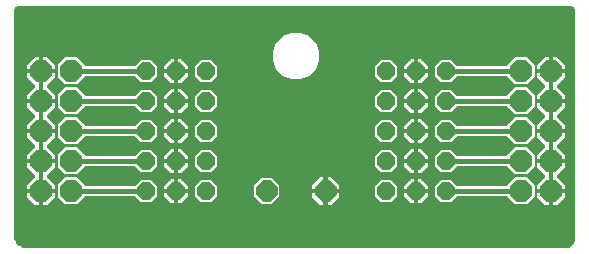
<source format=gtl>
G04 EAGLE Gerber X2 export*
%TF.Part,Single*%
%TF.FileFunction,Other,Top Copper*%
%TF.FilePolarity,Positive*%
%TF.GenerationSoftware,Autodesk,EAGLE,8.7.1*%
%TF.CreationDate,2018-04-02T18:11:16Z*%
G75*
%MOMM*%
%FSLAX34Y34*%
%LPD*%
%AMOC8*
5,1,8,0,0,1.08239X$1,22.5*%
G01*
%ADD10P,1.649562X8X22.500000*%
%ADD11P,1.649562X8X202.500000*%
%ADD12P,1.938236X8X112.500000*%
%ADD13P,2.034460X8X112.500000*%
%ADD14P,2.034460X8X292.500000*%
%ADD15C,0.406400*%

G36*
X469956Y2549D02*
X469956Y2549D01*
X470000Y2546D01*
X471276Y2671D01*
X471552Y2739D01*
X471559Y2742D01*
X471565Y2744D01*
X473924Y3721D01*
X473951Y3737D01*
X473980Y3746D01*
X474044Y3792D01*
X474169Y3865D01*
X474213Y3912D01*
X474254Y3941D01*
X476059Y5746D01*
X476078Y5771D01*
X476101Y5791D01*
X476143Y5858D01*
X476230Y5974D01*
X476253Y6034D01*
X476279Y6076D01*
X477256Y8435D01*
X477327Y8710D01*
X477327Y8718D01*
X477329Y8724D01*
X477454Y10000D01*
X477452Y10057D01*
X477459Y10100D01*
X477459Y203200D01*
X477449Y203276D01*
X477451Y203333D01*
X477340Y204172D01*
X477332Y204202D01*
X477330Y204233D01*
X477303Y204306D01*
X477264Y204446D01*
X477230Y204501D01*
X477213Y204547D01*
X476373Y206001D01*
X476313Y206078D01*
X476260Y206159D01*
X476229Y206185D01*
X476198Y206225D01*
X476058Y206326D01*
X476001Y206373D01*
X474547Y207213D01*
X474519Y207224D01*
X474493Y207242D01*
X474418Y207265D01*
X474284Y207319D01*
X474219Y207326D01*
X474172Y207340D01*
X473333Y207451D01*
X473256Y207450D01*
X473200Y207459D01*
X6800Y207459D01*
X6724Y207449D01*
X6668Y207451D01*
X5828Y207340D01*
X5798Y207332D01*
X5767Y207330D01*
X5694Y207303D01*
X5554Y207264D01*
X5499Y207230D01*
X5453Y207213D01*
X3999Y206373D01*
X3922Y206313D01*
X3841Y206260D01*
X3815Y206229D01*
X3775Y206198D01*
X3674Y206058D01*
X3627Y206001D01*
X2787Y204547D01*
X2776Y204519D01*
X2758Y204493D01*
X2735Y204418D01*
X2681Y204284D01*
X2674Y204219D01*
X2660Y204172D01*
X2549Y203333D01*
X2550Y203256D01*
X2541Y203200D01*
X2541Y12700D01*
X2549Y12644D01*
X2546Y12600D01*
X2721Y10817D01*
X2789Y10540D01*
X2792Y10534D01*
X2794Y10528D01*
X4159Y7231D01*
X4175Y7205D01*
X4184Y7175D01*
X4230Y7111D01*
X4304Y6987D01*
X4307Y6983D01*
X4308Y6981D01*
X4352Y6941D01*
X4379Y6902D01*
X6902Y4379D01*
X6927Y4361D01*
X6947Y4337D01*
X7014Y4295D01*
X7129Y4208D01*
X7189Y4185D01*
X7231Y4159D01*
X10528Y2794D01*
X10803Y2723D01*
X10810Y2723D01*
X10817Y2721D01*
X12600Y2546D01*
X12657Y2548D01*
X12700Y2541D01*
X469900Y2541D01*
X469956Y2549D01*
G37*
%LPC*%
G36*
X237410Y145541D02*
X237410Y145541D01*
X230221Y148519D01*
X224719Y154021D01*
X221741Y161210D01*
X221741Y168990D01*
X224719Y176179D01*
X230221Y181681D01*
X237410Y184659D01*
X245190Y184659D01*
X252379Y181681D01*
X257881Y176179D01*
X260859Y168990D01*
X260859Y161210D01*
X257881Y154021D01*
X252379Y148519D01*
X245190Y145541D01*
X237410Y145541D01*
G37*
%LPD*%
%LPC*%
G36*
X46065Y140969D02*
X46065Y140969D01*
X39369Y147665D01*
X39369Y157135D01*
X46065Y163831D01*
X55535Y163831D01*
X62355Y157011D01*
X62387Y156939D01*
X62425Y156894D01*
X62454Y156844D01*
X62516Y156786D01*
X62570Y156722D01*
X62619Y156690D01*
X62662Y156650D01*
X62737Y156611D01*
X62807Y156564D01*
X62863Y156547D01*
X62915Y156520D01*
X62983Y156509D01*
X63078Y156479D01*
X63178Y156476D01*
X63246Y156465D01*
X104293Y156465D01*
X104380Y156477D01*
X104467Y156480D01*
X104520Y156497D01*
X104575Y156505D01*
X104654Y156540D01*
X104738Y156567D01*
X104777Y156595D01*
X104834Y156621D01*
X104947Y156717D01*
X105011Y156762D01*
X110302Y162053D01*
X118298Y162053D01*
X123953Y156398D01*
X123953Y148402D01*
X118298Y142747D01*
X110302Y142747D01*
X105011Y148038D01*
X104941Y148090D01*
X104877Y148150D01*
X104828Y148176D01*
X104784Y148209D01*
X104702Y148240D01*
X104624Y148280D01*
X104577Y148288D01*
X104518Y148310D01*
X104371Y148322D01*
X104293Y148335D01*
X63246Y148335D01*
X63188Y148327D01*
X63130Y148329D01*
X63048Y148307D01*
X62964Y148295D01*
X62911Y148272D01*
X62855Y148257D01*
X62782Y148214D01*
X62705Y148179D01*
X62660Y148141D01*
X62610Y148112D01*
X62552Y148050D01*
X62488Y147996D01*
X62456Y147947D01*
X62416Y147904D01*
X62377Y147829D01*
X62343Y147777D01*
X55535Y140969D01*
X46065Y140969D01*
G37*
%LPD*%
%LPC*%
G36*
X46065Y39369D02*
X46065Y39369D01*
X39369Y46065D01*
X39369Y55535D01*
X46065Y62231D01*
X55535Y62231D01*
X62355Y55411D01*
X62387Y55339D01*
X62425Y55294D01*
X62454Y55244D01*
X62516Y55186D01*
X62570Y55122D01*
X62619Y55090D01*
X62662Y55050D01*
X62737Y55011D01*
X62807Y54964D01*
X62863Y54947D01*
X62915Y54920D01*
X62983Y54909D01*
X63078Y54879D01*
X63178Y54876D01*
X63246Y54865D01*
X104293Y54865D01*
X104380Y54877D01*
X104467Y54880D01*
X104520Y54897D01*
X104575Y54905D01*
X104654Y54940D01*
X104738Y54967D01*
X104777Y54995D01*
X104834Y55021D01*
X104947Y55117D01*
X105011Y55162D01*
X110302Y60453D01*
X118298Y60453D01*
X123953Y54798D01*
X123953Y46802D01*
X118298Y41147D01*
X110302Y41147D01*
X105011Y46438D01*
X104941Y46490D01*
X104877Y46550D01*
X104828Y46576D01*
X104784Y46609D01*
X104702Y46640D01*
X104624Y46680D01*
X104577Y46688D01*
X104518Y46710D01*
X104371Y46722D01*
X104293Y46735D01*
X63246Y46735D01*
X63188Y46727D01*
X63130Y46729D01*
X63048Y46707D01*
X62964Y46695D01*
X62911Y46672D01*
X62855Y46657D01*
X62782Y46614D01*
X62705Y46579D01*
X62660Y46541D01*
X62610Y46512D01*
X62552Y46450D01*
X62488Y46396D01*
X62456Y46347D01*
X62416Y46304D01*
X62377Y46229D01*
X62343Y46177D01*
X55535Y39369D01*
X46065Y39369D01*
G37*
%LPD*%
%LPC*%
G36*
X46065Y64769D02*
X46065Y64769D01*
X39369Y71465D01*
X39369Y80935D01*
X46065Y87631D01*
X55535Y87631D01*
X62355Y80811D01*
X62387Y80739D01*
X62425Y80694D01*
X62454Y80644D01*
X62516Y80586D01*
X62570Y80522D01*
X62619Y80490D01*
X62662Y80450D01*
X62737Y80411D01*
X62807Y80364D01*
X62863Y80347D01*
X62915Y80320D01*
X62983Y80309D01*
X63078Y80279D01*
X63178Y80276D01*
X63246Y80265D01*
X104293Y80265D01*
X104380Y80277D01*
X104467Y80280D01*
X104520Y80297D01*
X104575Y80305D01*
X104654Y80340D01*
X104738Y80367D01*
X104777Y80395D01*
X104834Y80421D01*
X104947Y80517D01*
X105011Y80562D01*
X110302Y85853D01*
X118298Y85853D01*
X123953Y80198D01*
X123953Y72202D01*
X118298Y66547D01*
X110302Y66547D01*
X105011Y71838D01*
X104941Y71890D01*
X104877Y71950D01*
X104828Y71976D01*
X104784Y72009D01*
X104702Y72040D01*
X104624Y72080D01*
X104577Y72088D01*
X104518Y72110D01*
X104371Y72122D01*
X104293Y72135D01*
X63246Y72135D01*
X63188Y72127D01*
X63130Y72129D01*
X63048Y72107D01*
X62964Y72095D01*
X62911Y72072D01*
X62855Y72057D01*
X62782Y72014D01*
X62705Y71979D01*
X62660Y71941D01*
X62610Y71912D01*
X62552Y71850D01*
X62488Y71796D01*
X62456Y71747D01*
X62416Y71704D01*
X62377Y71629D01*
X62343Y71577D01*
X55535Y64769D01*
X46065Y64769D01*
G37*
%LPD*%
%LPC*%
G36*
X46065Y115569D02*
X46065Y115569D01*
X39369Y122265D01*
X39369Y131735D01*
X46065Y138431D01*
X55535Y138431D01*
X62355Y131611D01*
X62387Y131539D01*
X62425Y131494D01*
X62454Y131444D01*
X62516Y131386D01*
X62570Y131322D01*
X62619Y131290D01*
X62662Y131250D01*
X62737Y131211D01*
X62807Y131164D01*
X62863Y131147D01*
X62915Y131120D01*
X62983Y131109D01*
X63078Y131079D01*
X63178Y131076D01*
X63246Y131065D01*
X104293Y131065D01*
X104380Y131077D01*
X104467Y131080D01*
X104520Y131097D01*
X104575Y131105D01*
X104654Y131140D01*
X104738Y131167D01*
X104777Y131195D01*
X104834Y131221D01*
X104947Y131317D01*
X105011Y131362D01*
X110302Y136653D01*
X118298Y136653D01*
X123953Y130998D01*
X123953Y123002D01*
X118298Y117347D01*
X110302Y117347D01*
X105011Y122638D01*
X104941Y122690D01*
X104877Y122750D01*
X104828Y122776D01*
X104784Y122809D01*
X104702Y122840D01*
X104624Y122880D01*
X104577Y122888D01*
X104518Y122910D01*
X104371Y122922D01*
X104293Y122935D01*
X63246Y122935D01*
X63188Y122927D01*
X63130Y122929D01*
X63048Y122907D01*
X62964Y122895D01*
X62911Y122872D01*
X62855Y122857D01*
X62782Y122814D01*
X62705Y122779D01*
X62660Y122741D01*
X62610Y122712D01*
X62552Y122650D01*
X62488Y122596D01*
X62456Y122547D01*
X62416Y122504D01*
X62377Y122429D01*
X62343Y122377D01*
X55535Y115569D01*
X46065Y115569D01*
G37*
%LPD*%
%LPC*%
G36*
X46065Y90169D02*
X46065Y90169D01*
X39369Y96865D01*
X39369Y106335D01*
X46065Y113031D01*
X55535Y113031D01*
X62355Y106211D01*
X62387Y106139D01*
X62425Y106094D01*
X62454Y106044D01*
X62516Y105986D01*
X62570Y105922D01*
X62619Y105890D01*
X62662Y105850D01*
X62737Y105811D01*
X62807Y105764D01*
X62863Y105747D01*
X62915Y105720D01*
X62983Y105709D01*
X63078Y105679D01*
X63178Y105676D01*
X63246Y105665D01*
X104293Y105665D01*
X104380Y105677D01*
X104467Y105680D01*
X104520Y105697D01*
X104575Y105705D01*
X104654Y105740D01*
X104738Y105767D01*
X104777Y105795D01*
X104834Y105821D01*
X104947Y105917D01*
X105011Y105962D01*
X110302Y111253D01*
X118298Y111253D01*
X123953Y105598D01*
X123953Y97602D01*
X118298Y91947D01*
X110302Y91947D01*
X105011Y97238D01*
X104941Y97290D01*
X104877Y97350D01*
X104828Y97376D01*
X104784Y97409D01*
X104702Y97440D01*
X104624Y97480D01*
X104577Y97488D01*
X104518Y97510D01*
X104371Y97522D01*
X104293Y97535D01*
X63246Y97535D01*
X63188Y97527D01*
X63130Y97529D01*
X63048Y97507D01*
X62964Y97495D01*
X62911Y97472D01*
X62855Y97457D01*
X62782Y97414D01*
X62705Y97379D01*
X62660Y97341D01*
X62610Y97312D01*
X62552Y97250D01*
X62488Y97196D01*
X62456Y97147D01*
X62416Y97104D01*
X62377Y97029D01*
X62343Y96977D01*
X55535Y90169D01*
X46065Y90169D01*
G37*
%LPD*%
%LPC*%
G36*
X427065Y64769D02*
X427065Y64769D01*
X420245Y71589D01*
X420213Y71661D01*
X420175Y71706D01*
X420146Y71756D01*
X420084Y71814D01*
X420030Y71878D01*
X419981Y71910D01*
X419938Y71950D01*
X419863Y71989D01*
X419793Y72036D01*
X419737Y72053D01*
X419685Y72080D01*
X419617Y72091D01*
X419522Y72121D01*
X419422Y72124D01*
X419354Y72135D01*
X378307Y72135D01*
X378220Y72123D01*
X378133Y72120D01*
X378080Y72103D01*
X378025Y72095D01*
X377946Y72060D01*
X377862Y72033D01*
X377823Y72005D01*
X377766Y71979D01*
X377653Y71883D01*
X377589Y71838D01*
X372298Y66547D01*
X364302Y66547D01*
X358647Y72202D01*
X358647Y80198D01*
X364302Y85853D01*
X372298Y85853D01*
X377589Y80562D01*
X377659Y80510D01*
X377723Y80450D01*
X377772Y80424D01*
X377816Y80391D01*
X377898Y80360D01*
X377976Y80320D01*
X378023Y80312D01*
X378082Y80290D01*
X378229Y80278D01*
X378307Y80265D01*
X419354Y80265D01*
X419412Y80273D01*
X419470Y80271D01*
X419552Y80293D01*
X419636Y80305D01*
X419689Y80328D01*
X419745Y80343D01*
X419818Y80386D01*
X419895Y80421D01*
X419940Y80459D01*
X419990Y80488D01*
X420048Y80550D01*
X420112Y80604D01*
X420144Y80653D01*
X420184Y80696D01*
X420223Y80771D01*
X420257Y80823D01*
X427065Y87631D01*
X436535Y87631D01*
X443231Y80935D01*
X443231Y71465D01*
X436535Y64769D01*
X427065Y64769D01*
G37*
%LPD*%
%LPC*%
G36*
X427065Y140969D02*
X427065Y140969D01*
X420245Y147789D01*
X420213Y147861D01*
X420175Y147906D01*
X420146Y147956D01*
X420084Y148014D01*
X420030Y148078D01*
X419981Y148110D01*
X419938Y148150D01*
X419863Y148189D01*
X419793Y148236D01*
X419737Y148253D01*
X419685Y148280D01*
X419617Y148291D01*
X419522Y148321D01*
X419422Y148324D01*
X419354Y148335D01*
X378307Y148335D01*
X378220Y148323D01*
X378133Y148320D01*
X378080Y148303D01*
X378025Y148295D01*
X377946Y148260D01*
X377862Y148233D01*
X377823Y148205D01*
X377766Y148179D01*
X377653Y148083D01*
X377589Y148038D01*
X372298Y142747D01*
X364302Y142747D01*
X358647Y148402D01*
X358647Y156398D01*
X364302Y162053D01*
X372298Y162053D01*
X377589Y156762D01*
X377659Y156710D01*
X377723Y156650D01*
X377772Y156624D01*
X377816Y156591D01*
X377898Y156560D01*
X377976Y156520D01*
X378023Y156512D01*
X378082Y156490D01*
X378229Y156478D01*
X378307Y156465D01*
X419354Y156465D01*
X419412Y156473D01*
X419470Y156471D01*
X419552Y156493D01*
X419636Y156505D01*
X419689Y156528D01*
X419745Y156543D01*
X419818Y156586D01*
X419895Y156621D01*
X419940Y156659D01*
X419990Y156688D01*
X420048Y156750D01*
X420112Y156804D01*
X420144Y156853D01*
X420184Y156896D01*
X420223Y156971D01*
X420257Y157023D01*
X427065Y163831D01*
X436535Y163831D01*
X443231Y157135D01*
X443231Y147665D01*
X436535Y140969D01*
X427065Y140969D01*
G37*
%LPD*%
%LPC*%
G36*
X427065Y39369D02*
X427065Y39369D01*
X420245Y46189D01*
X420213Y46261D01*
X420175Y46306D01*
X420146Y46356D01*
X420084Y46414D01*
X420030Y46478D01*
X419981Y46510D01*
X419938Y46550D01*
X419863Y46589D01*
X419793Y46636D01*
X419737Y46653D01*
X419685Y46680D01*
X419617Y46691D01*
X419522Y46721D01*
X419422Y46724D01*
X419354Y46735D01*
X378307Y46735D01*
X378220Y46723D01*
X378133Y46720D01*
X378080Y46703D01*
X378025Y46695D01*
X377946Y46660D01*
X377862Y46633D01*
X377823Y46605D01*
X377766Y46579D01*
X377653Y46483D01*
X377589Y46438D01*
X372298Y41147D01*
X364302Y41147D01*
X358647Y46802D01*
X358647Y54798D01*
X364302Y60453D01*
X372298Y60453D01*
X377589Y55162D01*
X377659Y55110D01*
X377723Y55050D01*
X377772Y55024D01*
X377816Y54991D01*
X377898Y54960D01*
X377976Y54920D01*
X378023Y54912D01*
X378082Y54890D01*
X378229Y54878D01*
X378307Y54865D01*
X419354Y54865D01*
X419412Y54873D01*
X419470Y54871D01*
X419552Y54893D01*
X419636Y54905D01*
X419689Y54928D01*
X419745Y54943D01*
X419818Y54986D01*
X419895Y55021D01*
X419940Y55059D01*
X419990Y55088D01*
X420048Y55150D01*
X420112Y55204D01*
X420144Y55253D01*
X420184Y55296D01*
X420223Y55371D01*
X420257Y55423D01*
X427065Y62231D01*
X436535Y62231D01*
X443231Y55535D01*
X443231Y46065D01*
X436535Y39369D01*
X427065Y39369D01*
G37*
%LPD*%
%LPC*%
G36*
X427065Y90169D02*
X427065Y90169D01*
X420245Y96989D01*
X420213Y97061D01*
X420175Y97106D01*
X420146Y97156D01*
X420084Y97214D01*
X420030Y97278D01*
X419981Y97310D01*
X419938Y97350D01*
X419863Y97389D01*
X419793Y97436D01*
X419737Y97453D01*
X419685Y97480D01*
X419617Y97491D01*
X419522Y97521D01*
X419422Y97524D01*
X419354Y97535D01*
X378307Y97535D01*
X378220Y97523D01*
X378133Y97520D01*
X378080Y97503D01*
X378025Y97495D01*
X377946Y97460D01*
X377862Y97433D01*
X377823Y97405D01*
X377766Y97379D01*
X377653Y97283D01*
X377589Y97238D01*
X372298Y91947D01*
X364302Y91947D01*
X358647Y97602D01*
X358647Y105598D01*
X364302Y111253D01*
X372298Y111253D01*
X377589Y105962D01*
X377659Y105910D01*
X377723Y105850D01*
X377772Y105824D01*
X377816Y105791D01*
X377898Y105760D01*
X377976Y105720D01*
X378023Y105712D01*
X378082Y105690D01*
X378229Y105678D01*
X378307Y105665D01*
X419354Y105665D01*
X419412Y105673D01*
X419470Y105671D01*
X419552Y105693D01*
X419636Y105705D01*
X419689Y105728D01*
X419745Y105743D01*
X419818Y105786D01*
X419895Y105821D01*
X419940Y105859D01*
X419990Y105888D01*
X420048Y105950D01*
X420112Y106004D01*
X420144Y106053D01*
X420184Y106096D01*
X420223Y106171D01*
X420257Y106223D01*
X427065Y113031D01*
X436535Y113031D01*
X443231Y106335D01*
X443231Y96865D01*
X436535Y90169D01*
X427065Y90169D01*
G37*
%LPD*%
%LPC*%
G36*
X427065Y115569D02*
X427065Y115569D01*
X420245Y122389D01*
X420213Y122461D01*
X420175Y122506D01*
X420146Y122556D01*
X420084Y122614D01*
X420030Y122678D01*
X419981Y122710D01*
X419938Y122750D01*
X419863Y122789D01*
X419793Y122836D01*
X419737Y122853D01*
X419685Y122880D01*
X419617Y122891D01*
X419522Y122921D01*
X419422Y122924D01*
X419354Y122935D01*
X378307Y122935D01*
X378220Y122923D01*
X378133Y122920D01*
X378080Y122903D01*
X378025Y122895D01*
X377946Y122860D01*
X377862Y122833D01*
X377823Y122805D01*
X377766Y122779D01*
X377653Y122683D01*
X377589Y122638D01*
X372298Y117347D01*
X364302Y117347D01*
X358647Y123002D01*
X358647Y130998D01*
X364302Y136653D01*
X372298Y136653D01*
X377589Y131362D01*
X377659Y131310D01*
X377723Y131250D01*
X377772Y131224D01*
X377816Y131191D01*
X377898Y131160D01*
X377976Y131120D01*
X378023Y131112D01*
X378082Y131090D01*
X378229Y131078D01*
X378307Y131065D01*
X419354Y131065D01*
X419412Y131073D01*
X419470Y131071D01*
X419552Y131093D01*
X419636Y131105D01*
X419689Y131128D01*
X419745Y131143D01*
X419818Y131186D01*
X419895Y131221D01*
X419940Y131259D01*
X419990Y131288D01*
X420048Y131350D01*
X420112Y131404D01*
X420144Y131453D01*
X420184Y131496D01*
X420223Y131571D01*
X420257Y131623D01*
X427065Y138431D01*
X436535Y138431D01*
X443231Y131735D01*
X443231Y122265D01*
X436535Y115569D01*
X427065Y115569D01*
G37*
%LPD*%
%LPC*%
G36*
X211749Y39814D02*
X211749Y39814D01*
X205314Y46249D01*
X205314Y55351D01*
X211749Y61786D01*
X220851Y61786D01*
X227286Y55351D01*
X227286Y46249D01*
X220851Y39814D01*
X211749Y39814D01*
G37*
%LPD*%
%LPC*%
G36*
X313502Y117347D02*
X313502Y117347D01*
X307847Y123002D01*
X307847Y130998D01*
X313502Y136653D01*
X321498Y136653D01*
X327153Y130998D01*
X327153Y123002D01*
X321498Y117347D01*
X313502Y117347D01*
G37*
%LPD*%
%LPC*%
G36*
X161102Y117347D02*
X161102Y117347D01*
X155447Y123002D01*
X155447Y130998D01*
X161102Y136653D01*
X169098Y136653D01*
X174753Y130998D01*
X174753Y123002D01*
X169098Y117347D01*
X161102Y117347D01*
G37*
%LPD*%
%LPC*%
G36*
X161102Y41147D02*
X161102Y41147D01*
X155447Y46802D01*
X155447Y54798D01*
X161102Y60453D01*
X169098Y60453D01*
X174753Y54798D01*
X174753Y46802D01*
X169098Y41147D01*
X161102Y41147D01*
G37*
%LPD*%
%LPC*%
G36*
X313502Y41147D02*
X313502Y41147D01*
X307847Y46802D01*
X307847Y54798D01*
X313502Y60453D01*
X321498Y60453D01*
X327153Y54798D01*
X327153Y46802D01*
X321498Y41147D01*
X313502Y41147D01*
G37*
%LPD*%
%LPC*%
G36*
X313502Y142747D02*
X313502Y142747D01*
X307847Y148402D01*
X307847Y156398D01*
X313502Y162053D01*
X321498Y162053D01*
X327153Y156398D01*
X327153Y148402D01*
X321498Y142747D01*
X313502Y142747D01*
G37*
%LPD*%
%LPC*%
G36*
X161102Y142747D02*
X161102Y142747D01*
X155447Y148402D01*
X155447Y156398D01*
X161102Y162053D01*
X169098Y162053D01*
X174753Y156398D01*
X174753Y148402D01*
X169098Y142747D01*
X161102Y142747D01*
G37*
%LPD*%
%LPC*%
G36*
X313502Y91947D02*
X313502Y91947D01*
X307847Y97602D01*
X307847Y105598D01*
X313502Y111253D01*
X321498Y111253D01*
X327153Y105598D01*
X327153Y97602D01*
X321498Y91947D01*
X313502Y91947D01*
G37*
%LPD*%
%LPC*%
G36*
X161102Y91947D02*
X161102Y91947D01*
X155447Y97602D01*
X155447Y105598D01*
X161102Y111253D01*
X169098Y111253D01*
X174753Y105598D01*
X174753Y97602D01*
X169098Y91947D01*
X161102Y91947D01*
G37*
%LPD*%
%LPC*%
G36*
X161102Y66547D02*
X161102Y66547D01*
X155447Y72202D01*
X155447Y80198D01*
X161102Y85853D01*
X169098Y85853D01*
X174753Y80198D01*
X174753Y72202D01*
X169098Y66547D01*
X161102Y66547D01*
G37*
%LPD*%
%LPC*%
G36*
X313502Y66547D02*
X313502Y66547D01*
X307847Y72202D01*
X307847Y80198D01*
X313502Y85853D01*
X321498Y85853D01*
X327153Y80198D01*
X327153Y72202D01*
X321498Y66547D01*
X313502Y66547D01*
G37*
%LPD*%
%LPC*%
G36*
X27431Y129031D02*
X27431Y129031D01*
X27431Y150369D01*
X37339Y150369D01*
X37339Y147455D01*
X30302Y140418D01*
X30267Y140371D01*
X30224Y140331D01*
X30182Y140258D01*
X30131Y140191D01*
X30110Y140136D01*
X30081Y140086D01*
X30060Y140004D01*
X30030Y139925D01*
X30025Y139867D01*
X30010Y139810D01*
X30013Y139726D01*
X30006Y139642D01*
X30018Y139584D01*
X30019Y139526D01*
X30045Y139446D01*
X30062Y139363D01*
X30089Y139311D01*
X30107Y139255D01*
X30147Y139199D01*
X30193Y139111D01*
X30262Y139038D01*
X30302Y138982D01*
X37339Y131945D01*
X37339Y129031D01*
X27431Y129031D01*
G37*
%LPD*%
%LPC*%
G36*
X27431Y78231D02*
X27431Y78231D01*
X27431Y99569D01*
X37339Y99569D01*
X37339Y96655D01*
X30302Y89618D01*
X30267Y89571D01*
X30224Y89531D01*
X30182Y89458D01*
X30131Y89391D01*
X30110Y89336D01*
X30081Y89286D01*
X30060Y89204D01*
X30030Y89125D01*
X30025Y89067D01*
X30010Y89010D01*
X30013Y88926D01*
X30006Y88842D01*
X30018Y88784D01*
X30019Y88726D01*
X30045Y88646D01*
X30062Y88563D01*
X30089Y88511D01*
X30107Y88455D01*
X30147Y88399D01*
X30193Y88311D01*
X30262Y88238D01*
X30302Y88182D01*
X37339Y81145D01*
X37339Y78231D01*
X27431Y78231D01*
G37*
%LPD*%
%LPC*%
G36*
X27431Y103631D02*
X27431Y103631D01*
X27431Y124969D01*
X37339Y124969D01*
X37339Y122055D01*
X30302Y115018D01*
X30267Y114971D01*
X30224Y114931D01*
X30182Y114858D01*
X30131Y114791D01*
X30110Y114736D01*
X30081Y114686D01*
X30060Y114604D01*
X30030Y114525D01*
X30025Y114467D01*
X30010Y114410D01*
X30013Y114326D01*
X30006Y114242D01*
X30018Y114184D01*
X30019Y114126D01*
X30045Y114046D01*
X30062Y113963D01*
X30089Y113911D01*
X30107Y113855D01*
X30147Y113799D01*
X30193Y113711D01*
X30262Y113638D01*
X30302Y113582D01*
X37339Y106545D01*
X37339Y103631D01*
X27431Y103631D01*
G37*
%LPD*%
%LPC*%
G36*
X459231Y78231D02*
X459231Y78231D01*
X459231Y99569D01*
X469139Y99569D01*
X469139Y96655D01*
X462102Y89618D01*
X462067Y89571D01*
X462024Y89531D01*
X461982Y89458D01*
X461931Y89391D01*
X461910Y89336D01*
X461881Y89286D01*
X461860Y89204D01*
X461830Y89125D01*
X461825Y89067D01*
X461810Y89010D01*
X461813Y88926D01*
X461806Y88842D01*
X461818Y88784D01*
X461819Y88726D01*
X461845Y88646D01*
X461862Y88563D01*
X461889Y88511D01*
X461907Y88455D01*
X461947Y88399D01*
X461993Y88311D01*
X462062Y88238D01*
X462102Y88182D01*
X469139Y81145D01*
X469139Y78231D01*
X459231Y78231D01*
G37*
%LPD*%
%LPC*%
G36*
X459231Y129031D02*
X459231Y129031D01*
X459231Y150369D01*
X469139Y150369D01*
X469139Y147455D01*
X462102Y140418D01*
X462067Y140371D01*
X462024Y140331D01*
X461982Y140258D01*
X461931Y140191D01*
X461910Y140136D01*
X461881Y140086D01*
X461860Y140004D01*
X461830Y139925D01*
X461825Y139867D01*
X461810Y139810D01*
X461813Y139726D01*
X461806Y139642D01*
X461818Y139584D01*
X461819Y139526D01*
X461845Y139446D01*
X461862Y139363D01*
X461889Y139311D01*
X461907Y139255D01*
X461947Y139199D01*
X461993Y139111D01*
X462062Y139038D01*
X462102Y138982D01*
X469139Y131945D01*
X469139Y129031D01*
X459231Y129031D01*
G37*
%LPD*%
%LPC*%
G36*
X459231Y103631D02*
X459231Y103631D01*
X459231Y124969D01*
X469139Y124969D01*
X469139Y122055D01*
X462102Y115018D01*
X462067Y114971D01*
X462024Y114931D01*
X461982Y114858D01*
X461931Y114791D01*
X461910Y114736D01*
X461881Y114686D01*
X461860Y114604D01*
X461830Y114525D01*
X461825Y114467D01*
X461810Y114410D01*
X461813Y114326D01*
X461806Y114242D01*
X461818Y114184D01*
X461819Y114126D01*
X461845Y114046D01*
X461862Y113963D01*
X461889Y113911D01*
X461907Y113855D01*
X461947Y113799D01*
X461993Y113711D01*
X462062Y113638D01*
X462102Y113582D01*
X469139Y106545D01*
X469139Y103631D01*
X459231Y103631D01*
G37*
%LPD*%
%LPC*%
G36*
X27431Y52831D02*
X27431Y52831D01*
X27431Y74169D01*
X37339Y74169D01*
X37339Y71255D01*
X30302Y64218D01*
X30267Y64171D01*
X30224Y64131D01*
X30182Y64058D01*
X30131Y63991D01*
X30110Y63936D01*
X30081Y63886D01*
X30060Y63804D01*
X30030Y63725D01*
X30025Y63667D01*
X30010Y63610D01*
X30013Y63526D01*
X30006Y63442D01*
X30018Y63384D01*
X30019Y63326D01*
X30045Y63246D01*
X30062Y63163D01*
X30089Y63111D01*
X30107Y63055D01*
X30147Y62999D01*
X30193Y62911D01*
X30261Y62839D01*
X30272Y62820D01*
X30280Y62813D01*
X30302Y62782D01*
X37339Y55745D01*
X37339Y52831D01*
X27431Y52831D01*
G37*
%LPD*%
%LPC*%
G36*
X459231Y52831D02*
X459231Y52831D01*
X459231Y74169D01*
X469139Y74169D01*
X469139Y71255D01*
X462102Y64218D01*
X462067Y64171D01*
X462024Y64131D01*
X461982Y64058D01*
X461931Y63991D01*
X461910Y63936D01*
X461881Y63886D01*
X461860Y63804D01*
X461830Y63725D01*
X461825Y63667D01*
X461810Y63610D01*
X461813Y63526D01*
X461806Y63442D01*
X461818Y63384D01*
X461819Y63326D01*
X461845Y63246D01*
X461862Y63163D01*
X461889Y63111D01*
X461907Y63055D01*
X461947Y62999D01*
X461993Y62911D01*
X462061Y62839D01*
X462072Y62820D01*
X462080Y62813D01*
X462102Y62782D01*
X469139Y55745D01*
X469139Y52831D01*
X459231Y52831D01*
G37*
%LPD*%
%LPC*%
G36*
X445261Y103631D02*
X445261Y103631D01*
X445261Y106545D01*
X452298Y113582D01*
X452333Y113629D01*
X452376Y113669D01*
X452418Y113742D01*
X452469Y113809D01*
X452490Y113864D01*
X452519Y113914D01*
X452540Y113996D01*
X452570Y114075D01*
X452575Y114133D01*
X452590Y114190D01*
X452587Y114274D01*
X452594Y114358D01*
X452582Y114416D01*
X452581Y114474D01*
X452555Y114554D01*
X452538Y114637D01*
X452511Y114689D01*
X452493Y114745D01*
X452453Y114801D01*
X452407Y114889D01*
X452338Y114962D01*
X452298Y115018D01*
X445261Y122055D01*
X445261Y124969D01*
X455169Y124969D01*
X455169Y103631D01*
X445261Y103631D01*
G37*
%LPD*%
%LPC*%
G36*
X445261Y78231D02*
X445261Y78231D01*
X445261Y81145D01*
X452298Y88182D01*
X452333Y88229D01*
X452376Y88269D01*
X452418Y88342D01*
X452469Y88409D01*
X452490Y88464D01*
X452519Y88514D01*
X452540Y88596D01*
X452570Y88675D01*
X452575Y88733D01*
X452590Y88790D01*
X452587Y88874D01*
X452594Y88958D01*
X452582Y89016D01*
X452581Y89074D01*
X452555Y89154D01*
X452538Y89237D01*
X452511Y89289D01*
X452493Y89345D01*
X452453Y89401D01*
X452407Y89489D01*
X452338Y89562D01*
X452298Y89618D01*
X445261Y96655D01*
X445261Y99569D01*
X455169Y99569D01*
X455169Y78231D01*
X445261Y78231D01*
G37*
%LPD*%
%LPC*%
G36*
X13461Y52831D02*
X13461Y52831D01*
X13461Y55745D01*
X20498Y62782D01*
X20533Y62829D01*
X20576Y62869D01*
X20618Y62942D01*
X20669Y63009D01*
X20690Y63064D01*
X20719Y63114D01*
X20740Y63196D01*
X20770Y63275D01*
X20775Y63333D01*
X20790Y63390D01*
X20787Y63474D01*
X20794Y63558D01*
X20782Y63616D01*
X20781Y63674D01*
X20755Y63754D01*
X20738Y63837D01*
X20711Y63889D01*
X20693Y63945D01*
X20653Y64001D01*
X20607Y64089D01*
X20538Y64162D01*
X20498Y64218D01*
X13461Y71255D01*
X13461Y74169D01*
X23369Y74169D01*
X23369Y52831D01*
X13461Y52831D01*
G37*
%LPD*%
%LPC*%
G36*
X445261Y129031D02*
X445261Y129031D01*
X445261Y131945D01*
X452298Y138982D01*
X452333Y139029D01*
X452376Y139069D01*
X452418Y139142D01*
X452469Y139209D01*
X452490Y139264D01*
X452519Y139314D01*
X452540Y139396D01*
X452570Y139475D01*
X452575Y139533D01*
X452590Y139590D01*
X452587Y139674D01*
X452594Y139758D01*
X452582Y139816D01*
X452581Y139874D01*
X452555Y139954D01*
X452538Y140037D01*
X452511Y140089D01*
X452493Y140145D01*
X452453Y140201D01*
X452407Y140289D01*
X452338Y140362D01*
X452298Y140418D01*
X445261Y147455D01*
X445261Y150369D01*
X455169Y150369D01*
X455169Y129031D01*
X445261Y129031D01*
G37*
%LPD*%
%LPC*%
G36*
X445261Y52831D02*
X445261Y52831D01*
X445261Y55745D01*
X452298Y62782D01*
X452333Y62829D01*
X452376Y62869D01*
X452418Y62942D01*
X452469Y63009D01*
X452490Y63064D01*
X452519Y63114D01*
X452540Y63196D01*
X452570Y63275D01*
X452575Y63333D01*
X452590Y63390D01*
X452587Y63474D01*
X452594Y63558D01*
X452582Y63616D01*
X452581Y63674D01*
X452555Y63754D01*
X452538Y63837D01*
X452511Y63889D01*
X452493Y63945D01*
X452453Y64001D01*
X452407Y64089D01*
X452338Y64162D01*
X452298Y64218D01*
X445261Y71255D01*
X445261Y74169D01*
X455169Y74169D01*
X455169Y52831D01*
X445261Y52831D01*
G37*
%LPD*%
%LPC*%
G36*
X13461Y103631D02*
X13461Y103631D01*
X13461Y106545D01*
X20498Y113582D01*
X20533Y113629D01*
X20576Y113669D01*
X20618Y113742D01*
X20669Y113809D01*
X20690Y113864D01*
X20719Y113914D01*
X20740Y113996D01*
X20770Y114075D01*
X20775Y114133D01*
X20790Y114190D01*
X20787Y114274D01*
X20794Y114358D01*
X20782Y114416D01*
X20781Y114474D01*
X20755Y114554D01*
X20738Y114637D01*
X20711Y114689D01*
X20693Y114745D01*
X20653Y114801D01*
X20607Y114889D01*
X20538Y114962D01*
X20498Y115018D01*
X13461Y122055D01*
X13461Y124969D01*
X23369Y124969D01*
X23369Y103631D01*
X13461Y103631D01*
G37*
%LPD*%
%LPC*%
G36*
X13461Y78231D02*
X13461Y78231D01*
X13461Y81145D01*
X20498Y88182D01*
X20533Y88229D01*
X20576Y88269D01*
X20618Y88342D01*
X20669Y88409D01*
X20690Y88464D01*
X20719Y88514D01*
X20740Y88596D01*
X20770Y88675D01*
X20775Y88733D01*
X20790Y88790D01*
X20787Y88874D01*
X20794Y88958D01*
X20782Y89016D01*
X20781Y89074D01*
X20755Y89154D01*
X20738Y89237D01*
X20711Y89289D01*
X20693Y89345D01*
X20653Y89401D01*
X20607Y89489D01*
X20538Y89562D01*
X20498Y89618D01*
X13461Y96655D01*
X13461Y99569D01*
X23369Y99569D01*
X23369Y78231D01*
X13461Y78231D01*
G37*
%LPD*%
%LPC*%
G36*
X13461Y129031D02*
X13461Y129031D01*
X13461Y131945D01*
X20498Y138982D01*
X20533Y139029D01*
X20576Y139069D01*
X20618Y139142D01*
X20669Y139209D01*
X20690Y139264D01*
X20719Y139314D01*
X20740Y139396D01*
X20770Y139475D01*
X20775Y139533D01*
X20790Y139590D01*
X20787Y139674D01*
X20794Y139758D01*
X20782Y139816D01*
X20781Y139874D01*
X20755Y139954D01*
X20738Y140037D01*
X20711Y140089D01*
X20693Y140145D01*
X20653Y140201D01*
X20607Y140289D01*
X20538Y140362D01*
X20498Y140418D01*
X13461Y147455D01*
X13461Y150369D01*
X23369Y150369D01*
X23369Y129031D01*
X13461Y129031D01*
G37*
%LPD*%
%LPC*%
G36*
X459231Y154431D02*
X459231Y154431D01*
X459231Y164339D01*
X462145Y164339D01*
X469139Y157345D01*
X469139Y154431D01*
X459231Y154431D01*
G37*
%LPD*%
%LPC*%
G36*
X27431Y154431D02*
X27431Y154431D01*
X27431Y164339D01*
X30345Y164339D01*
X37339Y157345D01*
X37339Y154431D01*
X27431Y154431D01*
G37*
%LPD*%
%LPC*%
G36*
X445261Y154431D02*
X445261Y154431D01*
X445261Y157345D01*
X452255Y164339D01*
X455169Y164339D01*
X455169Y154431D01*
X445261Y154431D01*
G37*
%LPD*%
%LPC*%
G36*
X27431Y38861D02*
X27431Y38861D01*
X27431Y48769D01*
X37339Y48769D01*
X37339Y45855D01*
X30345Y38861D01*
X27431Y38861D01*
G37*
%LPD*%
%LPC*%
G36*
X13461Y154431D02*
X13461Y154431D01*
X13461Y157345D01*
X20455Y164339D01*
X23369Y164339D01*
X23369Y154431D01*
X13461Y154431D01*
G37*
%LPD*%
%LPC*%
G36*
X459231Y38861D02*
X459231Y38861D01*
X459231Y48769D01*
X469139Y48769D01*
X469139Y45855D01*
X462145Y38861D01*
X459231Y38861D01*
G37*
%LPD*%
%LPC*%
G36*
X20455Y38861D02*
X20455Y38861D01*
X13461Y45855D01*
X13461Y48769D01*
X23369Y48769D01*
X23369Y38861D01*
X20455Y38861D01*
G37*
%LPD*%
%LPC*%
G36*
X452255Y38861D02*
X452255Y38861D01*
X445261Y45855D01*
X445261Y48769D01*
X455169Y48769D01*
X455169Y38861D01*
X452255Y38861D01*
G37*
%LPD*%
%LPC*%
G36*
X268331Y52831D02*
X268331Y52831D01*
X268331Y62294D01*
X271061Y62294D01*
X277794Y55561D01*
X277794Y52831D01*
X268331Y52831D01*
G37*
%LPD*%
%LPC*%
G36*
X254806Y52831D02*
X254806Y52831D01*
X254806Y55561D01*
X261539Y62294D01*
X264269Y62294D01*
X264269Y52831D01*
X254806Y52831D01*
G37*
%LPD*%
%LPC*%
G36*
X268331Y39306D02*
X268331Y39306D01*
X268331Y48769D01*
X277794Y48769D01*
X277794Y46039D01*
X271061Y39306D01*
X268331Y39306D01*
G37*
%LPD*%
%LPC*%
G36*
X261539Y39306D02*
X261539Y39306D01*
X254806Y46039D01*
X254806Y48769D01*
X264269Y48769D01*
X264269Y39306D01*
X261539Y39306D01*
G37*
%LPD*%
%LPC*%
G36*
X344931Y103631D02*
X344931Y103631D01*
X344931Y111761D01*
X347109Y111761D01*
X353061Y105809D01*
X353061Y103631D01*
X344931Y103631D01*
G37*
%LPD*%
%LPC*%
G36*
X344931Y154431D02*
X344931Y154431D01*
X344931Y162561D01*
X347109Y162561D01*
X353061Y156609D01*
X353061Y154431D01*
X344931Y154431D01*
G37*
%LPD*%
%LPC*%
G36*
X141731Y129031D02*
X141731Y129031D01*
X141731Y137161D01*
X143909Y137161D01*
X149861Y131209D01*
X149861Y129031D01*
X141731Y129031D01*
G37*
%LPD*%
%LPC*%
G36*
X344931Y129031D02*
X344931Y129031D01*
X344931Y137161D01*
X347109Y137161D01*
X353061Y131209D01*
X353061Y129031D01*
X344931Y129031D01*
G37*
%LPD*%
%LPC*%
G36*
X141731Y154431D02*
X141731Y154431D01*
X141731Y162561D01*
X143909Y162561D01*
X149861Y156609D01*
X149861Y154431D01*
X141731Y154431D01*
G37*
%LPD*%
%LPC*%
G36*
X141731Y52831D02*
X141731Y52831D01*
X141731Y60961D01*
X143909Y60961D01*
X149861Y55009D01*
X149861Y52831D01*
X141731Y52831D01*
G37*
%LPD*%
%LPC*%
G36*
X344931Y52831D02*
X344931Y52831D01*
X344931Y60961D01*
X347109Y60961D01*
X353061Y55009D01*
X353061Y52831D01*
X344931Y52831D01*
G37*
%LPD*%
%LPC*%
G36*
X141731Y78231D02*
X141731Y78231D01*
X141731Y86361D01*
X143909Y86361D01*
X149861Y80409D01*
X149861Y78231D01*
X141731Y78231D01*
G37*
%LPD*%
%LPC*%
G36*
X344931Y78231D02*
X344931Y78231D01*
X344931Y86361D01*
X347109Y86361D01*
X353061Y80409D01*
X353061Y78231D01*
X344931Y78231D01*
G37*
%LPD*%
%LPC*%
G36*
X141731Y103631D02*
X141731Y103631D01*
X141731Y111761D01*
X143909Y111761D01*
X149861Y105809D01*
X149861Y103631D01*
X141731Y103631D01*
G37*
%LPD*%
%LPC*%
G36*
X129539Y154431D02*
X129539Y154431D01*
X129539Y156609D01*
X135491Y162561D01*
X137669Y162561D01*
X137669Y154431D01*
X129539Y154431D01*
G37*
%LPD*%
%LPC*%
G36*
X129539Y78231D02*
X129539Y78231D01*
X129539Y80409D01*
X135491Y86361D01*
X137669Y86361D01*
X137669Y78231D01*
X129539Y78231D01*
G37*
%LPD*%
%LPC*%
G36*
X332739Y154431D02*
X332739Y154431D01*
X332739Y156609D01*
X338691Y162561D01*
X340869Y162561D01*
X340869Y154431D01*
X332739Y154431D01*
G37*
%LPD*%
%LPC*%
G36*
X129539Y129031D02*
X129539Y129031D01*
X129539Y131209D01*
X135491Y137161D01*
X137669Y137161D01*
X137669Y129031D01*
X129539Y129031D01*
G37*
%LPD*%
%LPC*%
G36*
X332739Y78231D02*
X332739Y78231D01*
X332739Y80409D01*
X338691Y86361D01*
X340869Y86361D01*
X340869Y78231D01*
X332739Y78231D01*
G37*
%LPD*%
%LPC*%
G36*
X332739Y129031D02*
X332739Y129031D01*
X332739Y131209D01*
X338691Y137161D01*
X340869Y137161D01*
X340869Y129031D01*
X332739Y129031D01*
G37*
%LPD*%
%LPC*%
G36*
X129539Y103631D02*
X129539Y103631D01*
X129539Y105809D01*
X135491Y111761D01*
X137669Y111761D01*
X137669Y103631D01*
X129539Y103631D01*
G37*
%LPD*%
%LPC*%
G36*
X332739Y103631D02*
X332739Y103631D01*
X332739Y105809D01*
X338691Y111761D01*
X340869Y111761D01*
X340869Y103631D01*
X332739Y103631D01*
G37*
%LPD*%
%LPC*%
G36*
X129539Y52831D02*
X129539Y52831D01*
X129539Y55009D01*
X135491Y60961D01*
X137669Y60961D01*
X137669Y52831D01*
X129539Y52831D01*
G37*
%LPD*%
%LPC*%
G36*
X332739Y52831D02*
X332739Y52831D01*
X332739Y55009D01*
X338691Y60961D01*
X340869Y60961D01*
X340869Y52831D01*
X332739Y52831D01*
G37*
%LPD*%
%LPC*%
G36*
X141731Y116839D02*
X141731Y116839D01*
X141731Y124969D01*
X149861Y124969D01*
X149861Y122791D01*
X143909Y116839D01*
X141731Y116839D01*
G37*
%LPD*%
%LPC*%
G36*
X344931Y116839D02*
X344931Y116839D01*
X344931Y124969D01*
X353061Y124969D01*
X353061Y122791D01*
X347109Y116839D01*
X344931Y116839D01*
G37*
%LPD*%
%LPC*%
G36*
X141731Y91439D02*
X141731Y91439D01*
X141731Y99569D01*
X149861Y99569D01*
X149861Y97391D01*
X143909Y91439D01*
X141731Y91439D01*
G37*
%LPD*%
%LPC*%
G36*
X344931Y91439D02*
X344931Y91439D01*
X344931Y99569D01*
X353061Y99569D01*
X353061Y97391D01*
X347109Y91439D01*
X344931Y91439D01*
G37*
%LPD*%
%LPC*%
G36*
X344931Y66039D02*
X344931Y66039D01*
X344931Y74169D01*
X353061Y74169D01*
X353061Y71991D01*
X347109Y66039D01*
X344931Y66039D01*
G37*
%LPD*%
%LPC*%
G36*
X141731Y66039D02*
X141731Y66039D01*
X141731Y74169D01*
X149861Y74169D01*
X149861Y71991D01*
X143909Y66039D01*
X141731Y66039D01*
G37*
%LPD*%
%LPC*%
G36*
X344931Y40639D02*
X344931Y40639D01*
X344931Y48769D01*
X353061Y48769D01*
X353061Y46591D01*
X347109Y40639D01*
X344931Y40639D01*
G37*
%LPD*%
%LPC*%
G36*
X141731Y142239D02*
X141731Y142239D01*
X141731Y150369D01*
X149861Y150369D01*
X149861Y148191D01*
X143909Y142239D01*
X141731Y142239D01*
G37*
%LPD*%
%LPC*%
G36*
X344931Y142239D02*
X344931Y142239D01*
X344931Y150369D01*
X353061Y150369D01*
X353061Y148191D01*
X347109Y142239D01*
X344931Y142239D01*
G37*
%LPD*%
%LPC*%
G36*
X141731Y40639D02*
X141731Y40639D01*
X141731Y48769D01*
X149861Y48769D01*
X149861Y46591D01*
X143909Y40639D01*
X141731Y40639D01*
G37*
%LPD*%
%LPC*%
G36*
X338691Y66039D02*
X338691Y66039D01*
X332739Y71991D01*
X332739Y74169D01*
X340869Y74169D01*
X340869Y66039D01*
X338691Y66039D01*
G37*
%LPD*%
%LPC*%
G36*
X135491Y66039D02*
X135491Y66039D01*
X129539Y71991D01*
X129539Y74169D01*
X137669Y74169D01*
X137669Y66039D01*
X135491Y66039D01*
G37*
%LPD*%
%LPC*%
G36*
X135491Y91439D02*
X135491Y91439D01*
X129539Y97391D01*
X129539Y99569D01*
X137669Y99569D01*
X137669Y91439D01*
X135491Y91439D01*
G37*
%LPD*%
%LPC*%
G36*
X135491Y116839D02*
X135491Y116839D01*
X129539Y122791D01*
X129539Y124969D01*
X137669Y124969D01*
X137669Y116839D01*
X135491Y116839D01*
G37*
%LPD*%
%LPC*%
G36*
X338691Y116839D02*
X338691Y116839D01*
X332739Y122791D01*
X332739Y124969D01*
X340869Y124969D01*
X340869Y116839D01*
X338691Y116839D01*
G37*
%LPD*%
%LPC*%
G36*
X338691Y91439D02*
X338691Y91439D01*
X332739Y97391D01*
X332739Y99569D01*
X340869Y99569D01*
X340869Y91439D01*
X338691Y91439D01*
G37*
%LPD*%
%LPC*%
G36*
X338691Y142239D02*
X338691Y142239D01*
X332739Y148191D01*
X332739Y150369D01*
X340869Y150369D01*
X340869Y142239D01*
X338691Y142239D01*
G37*
%LPD*%
%LPC*%
G36*
X135491Y40639D02*
X135491Y40639D01*
X129539Y46591D01*
X129539Y48769D01*
X137669Y48769D01*
X137669Y40639D01*
X135491Y40639D01*
G37*
%LPD*%
%LPC*%
G36*
X135491Y142239D02*
X135491Y142239D01*
X129539Y148191D01*
X129539Y150369D01*
X137669Y150369D01*
X137669Y142239D01*
X135491Y142239D01*
G37*
%LPD*%
%LPC*%
G36*
X338691Y40639D02*
X338691Y40639D01*
X332739Y46591D01*
X332739Y48769D01*
X340869Y48769D01*
X340869Y40639D01*
X338691Y40639D01*
G37*
%LPD*%
%LPC*%
G36*
X139699Y101599D02*
X139699Y101599D01*
X139699Y101601D01*
X139701Y101601D01*
X139701Y101599D01*
X139699Y101599D01*
G37*
%LPD*%
%LPC*%
G36*
X342899Y152399D02*
X342899Y152399D01*
X342899Y152401D01*
X342901Y152401D01*
X342901Y152399D01*
X342899Y152399D01*
G37*
%LPD*%
%LPC*%
G36*
X342899Y101599D02*
X342899Y101599D01*
X342899Y101601D01*
X342901Y101601D01*
X342901Y101599D01*
X342899Y101599D01*
G37*
%LPD*%
%LPC*%
G36*
X25399Y126999D02*
X25399Y126999D01*
X25399Y127001D01*
X25401Y127001D01*
X25401Y126999D01*
X25399Y126999D01*
G37*
%LPD*%
%LPC*%
G36*
X139699Y126999D02*
X139699Y126999D01*
X139699Y127001D01*
X139701Y127001D01*
X139701Y126999D01*
X139699Y126999D01*
G37*
%LPD*%
%LPC*%
G36*
X342899Y126999D02*
X342899Y126999D01*
X342899Y127001D01*
X342901Y127001D01*
X342901Y126999D01*
X342899Y126999D01*
G37*
%LPD*%
%LPC*%
G36*
X457199Y126999D02*
X457199Y126999D01*
X457199Y127001D01*
X457201Y127001D01*
X457201Y126999D01*
X457199Y126999D01*
G37*
%LPD*%
%LPC*%
G36*
X457199Y101599D02*
X457199Y101599D01*
X457199Y101601D01*
X457201Y101601D01*
X457201Y101599D01*
X457199Y101599D01*
G37*
%LPD*%
%LPC*%
G36*
X457199Y152399D02*
X457199Y152399D01*
X457199Y152401D01*
X457201Y152401D01*
X457201Y152399D01*
X457199Y152399D01*
G37*
%LPD*%
%LPC*%
G36*
X342899Y50799D02*
X342899Y50799D01*
X342899Y50801D01*
X342901Y50801D01*
X342901Y50799D01*
X342899Y50799D01*
G37*
%LPD*%
%LPC*%
G36*
X266299Y50799D02*
X266299Y50799D01*
X266299Y50801D01*
X266301Y50801D01*
X266301Y50799D01*
X266299Y50799D01*
G37*
%LPD*%
%LPC*%
G36*
X139699Y50799D02*
X139699Y50799D01*
X139699Y50801D01*
X139701Y50801D01*
X139701Y50799D01*
X139699Y50799D01*
G37*
%LPD*%
%LPC*%
G36*
X25399Y50799D02*
X25399Y50799D01*
X25399Y50801D01*
X25401Y50801D01*
X25401Y50799D01*
X25399Y50799D01*
G37*
%LPD*%
%LPC*%
G36*
X139699Y76199D02*
X139699Y76199D01*
X139699Y76201D01*
X139701Y76201D01*
X139701Y76199D01*
X139699Y76199D01*
G37*
%LPD*%
%LPC*%
G36*
X25399Y76199D02*
X25399Y76199D01*
X25399Y76201D01*
X25401Y76201D01*
X25401Y76199D01*
X25399Y76199D01*
G37*
%LPD*%
%LPC*%
G36*
X457199Y76199D02*
X457199Y76199D01*
X457199Y76201D01*
X457201Y76201D01*
X457201Y76199D01*
X457199Y76199D01*
G37*
%LPD*%
%LPC*%
G36*
X342899Y76199D02*
X342899Y76199D01*
X342899Y76201D01*
X342901Y76201D01*
X342901Y76199D01*
X342899Y76199D01*
G37*
%LPD*%
%LPC*%
G36*
X25399Y152399D02*
X25399Y152399D01*
X25399Y152401D01*
X25401Y152401D01*
X25401Y152399D01*
X25399Y152399D01*
G37*
%LPD*%
%LPC*%
G36*
X139699Y152399D02*
X139699Y152399D01*
X139699Y152401D01*
X139701Y152401D01*
X139701Y152399D01*
X139699Y152399D01*
G37*
%LPD*%
%LPC*%
G36*
X25399Y101599D02*
X25399Y101599D01*
X25399Y101601D01*
X25401Y101601D01*
X25401Y101599D01*
X25399Y101599D01*
G37*
%LPD*%
%LPC*%
G36*
X457199Y50799D02*
X457199Y50799D01*
X457199Y50801D01*
X457201Y50801D01*
X457201Y50799D01*
X457199Y50799D01*
G37*
%LPD*%
D10*
X165100Y152400D03*
X165100Y127000D03*
X165100Y101600D03*
X165100Y76200D03*
X165100Y50800D03*
X139700Y152400D03*
X139700Y127000D03*
X139700Y101600D03*
X139700Y76200D03*
X139700Y50800D03*
D11*
X114300Y50800D03*
X114300Y76200D03*
X114300Y101600D03*
X114300Y127000D03*
X114300Y152400D03*
X317500Y50800D03*
X317500Y76200D03*
X317500Y101600D03*
X317500Y127000D03*
X317500Y152400D03*
X342900Y50800D03*
X342900Y76200D03*
X342900Y101600D03*
X342900Y127000D03*
X342900Y152400D03*
X368300Y50800D03*
X368300Y76200D03*
X368300Y101600D03*
X368300Y127000D03*
X368300Y152400D03*
D12*
X216300Y50800D03*
X266300Y50800D03*
D13*
X50800Y50800D03*
X25400Y50800D03*
X50800Y76200D03*
X25400Y76200D03*
X50800Y101600D03*
X25400Y101600D03*
X50800Y127000D03*
X25400Y127000D03*
X50800Y152400D03*
X25400Y152400D03*
D14*
X431800Y152400D03*
X457200Y152400D03*
X431800Y127000D03*
X457200Y127000D03*
X431800Y101600D03*
X457200Y101600D03*
X431800Y76200D03*
X457200Y76200D03*
X431800Y50800D03*
X457200Y50800D03*
D15*
X114300Y50800D02*
X50800Y50800D01*
X50800Y76200D02*
X114300Y76200D01*
X114300Y101600D02*
X50800Y101600D01*
X50800Y127000D02*
X114300Y127000D01*
X114300Y152400D02*
X50800Y152400D01*
X368300Y50800D02*
X431800Y50800D01*
X431800Y76200D02*
X368300Y76200D01*
X368300Y101600D02*
X431800Y101600D01*
X431800Y127000D02*
X368300Y127000D01*
X368300Y152400D02*
X431800Y152400D01*
M02*

</source>
